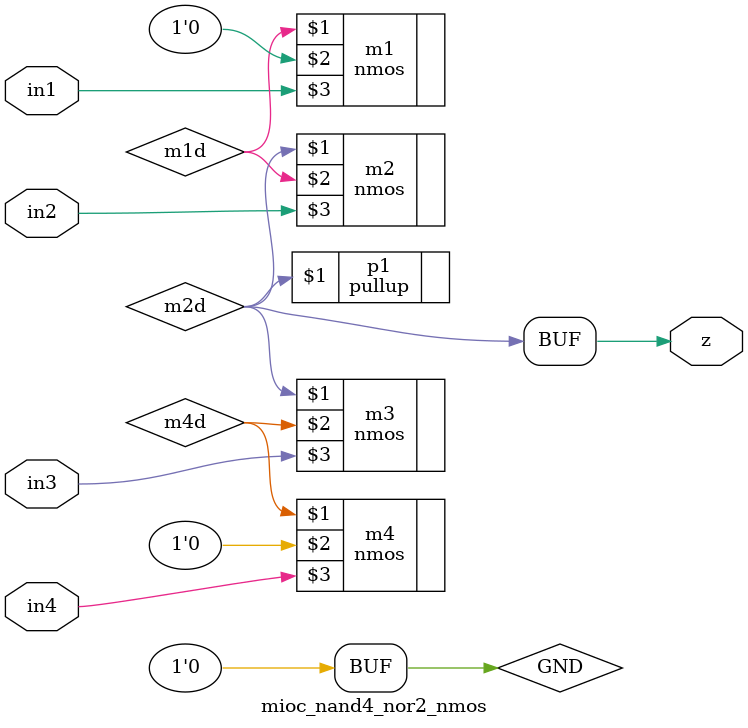
<source format=v>

module mioc_nand4_nor2_nmos(
    z,

    in1,            
    in2,            
    in3,            
    in4             
    );

   output z;

   input  in1;
   input  in2;
   input  in3;
   input  in4;

   supply0 GND;

   wire     m1d, m2d, m4d;   
   
   //nmos (drain,source,gate)

   // LEVEL 1
   pullup p1 (m2d);
   
   nmos   m1 (m1d,GND,in1);

   nmos   m2 (m2d,m1d,in2);

   nmos   m3 (m2d,m4d,in3);

   nmos   m4 (m4d,GND,in4);
   
   assign z = m2d;

endmodule

</source>
